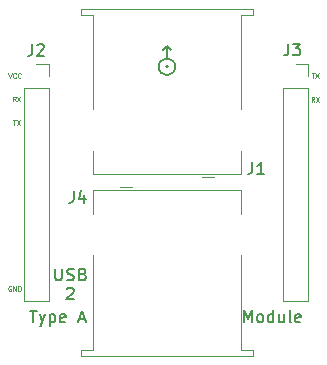
<source format=gbr>
%TF.GenerationSoftware,KiCad,Pcbnew,7.0.7*%
%TF.CreationDate,2023-10-06T14:48:46-06:00*%
%TF.ProjectId,USB_2_Module,5553425f-325f-44d6-9f64-756c652e6b69,rev?*%
%TF.SameCoordinates,Original*%
%TF.FileFunction,Legend,Top*%
%TF.FilePolarity,Positive*%
%FSLAX46Y46*%
G04 Gerber Fmt 4.6, Leading zero omitted, Abs format (unit mm)*
G04 Created by KiCad (PCBNEW 7.0.7) date 2023-10-06 14:48:46*
%MOMM*%
%LPD*%
G01*
G04 APERTURE LIST*
%ADD10C,0.150000*%
%ADD11C,0.100000*%
%ADD12C,0.120000*%
%ADD13O,1.350000X1.350000*%
%ADD14R,1.350000X1.350000*%
%ADD15C,3.000000*%
%ADD16C,1.600000*%
%ADD17R,1.600000X1.600000*%
G04 APERTURE END LIST*
D10*
X151169047Y-100864819D02*
X151169047Y-99864819D01*
X151169047Y-99864819D02*
X151502380Y-100579104D01*
X151502380Y-100579104D02*
X151835713Y-99864819D01*
X151835713Y-99864819D02*
X151835713Y-100864819D01*
X152454761Y-100864819D02*
X152359523Y-100817200D01*
X152359523Y-100817200D02*
X152311904Y-100769580D01*
X152311904Y-100769580D02*
X152264285Y-100674342D01*
X152264285Y-100674342D02*
X152264285Y-100388628D01*
X152264285Y-100388628D02*
X152311904Y-100293390D01*
X152311904Y-100293390D02*
X152359523Y-100245771D01*
X152359523Y-100245771D02*
X152454761Y-100198152D01*
X152454761Y-100198152D02*
X152597618Y-100198152D01*
X152597618Y-100198152D02*
X152692856Y-100245771D01*
X152692856Y-100245771D02*
X152740475Y-100293390D01*
X152740475Y-100293390D02*
X152788094Y-100388628D01*
X152788094Y-100388628D02*
X152788094Y-100674342D01*
X152788094Y-100674342D02*
X152740475Y-100769580D01*
X152740475Y-100769580D02*
X152692856Y-100817200D01*
X152692856Y-100817200D02*
X152597618Y-100864819D01*
X152597618Y-100864819D02*
X152454761Y-100864819D01*
X153645237Y-100864819D02*
X153645237Y-99864819D01*
X153645237Y-100817200D02*
X153549999Y-100864819D01*
X153549999Y-100864819D02*
X153359523Y-100864819D01*
X153359523Y-100864819D02*
X153264285Y-100817200D01*
X153264285Y-100817200D02*
X153216666Y-100769580D01*
X153216666Y-100769580D02*
X153169047Y-100674342D01*
X153169047Y-100674342D02*
X153169047Y-100388628D01*
X153169047Y-100388628D02*
X153216666Y-100293390D01*
X153216666Y-100293390D02*
X153264285Y-100245771D01*
X153264285Y-100245771D02*
X153359523Y-100198152D01*
X153359523Y-100198152D02*
X153549999Y-100198152D01*
X153549999Y-100198152D02*
X153645237Y-100245771D01*
X154549999Y-100198152D02*
X154549999Y-100864819D01*
X154121428Y-100198152D02*
X154121428Y-100721961D01*
X154121428Y-100721961D02*
X154169047Y-100817200D01*
X154169047Y-100817200D02*
X154264285Y-100864819D01*
X154264285Y-100864819D02*
X154407142Y-100864819D01*
X154407142Y-100864819D02*
X154502380Y-100817200D01*
X154502380Y-100817200D02*
X154549999Y-100769580D01*
X155169047Y-100864819D02*
X155073809Y-100817200D01*
X155073809Y-100817200D02*
X155026190Y-100721961D01*
X155026190Y-100721961D02*
X155026190Y-99864819D01*
X155930952Y-100817200D02*
X155835714Y-100864819D01*
X155835714Y-100864819D02*
X155645238Y-100864819D01*
X155645238Y-100864819D02*
X155550000Y-100817200D01*
X155550000Y-100817200D02*
X155502381Y-100721961D01*
X155502381Y-100721961D02*
X155502381Y-100341009D01*
X155502381Y-100341009D02*
X155550000Y-100245771D01*
X155550000Y-100245771D02*
X155645238Y-100198152D01*
X155645238Y-100198152D02*
X155835714Y-100198152D01*
X155835714Y-100198152D02*
X155930952Y-100245771D01*
X155930952Y-100245771D02*
X155978571Y-100341009D01*
X155978571Y-100341009D02*
X155978571Y-100436247D01*
X155978571Y-100436247D02*
X155502381Y-100531485D01*
X133052857Y-99874819D02*
X133624285Y-99874819D01*
X133338571Y-100874819D02*
X133338571Y-99874819D01*
X133862381Y-100208152D02*
X134100476Y-100874819D01*
X134338571Y-100208152D02*
X134100476Y-100874819D01*
X134100476Y-100874819D02*
X134005238Y-101112914D01*
X134005238Y-101112914D02*
X133957619Y-101160533D01*
X133957619Y-101160533D02*
X133862381Y-101208152D01*
X134719524Y-100208152D02*
X134719524Y-101208152D01*
X134719524Y-100255771D02*
X134814762Y-100208152D01*
X134814762Y-100208152D02*
X135005238Y-100208152D01*
X135005238Y-100208152D02*
X135100476Y-100255771D01*
X135100476Y-100255771D02*
X135148095Y-100303390D01*
X135148095Y-100303390D02*
X135195714Y-100398628D01*
X135195714Y-100398628D02*
X135195714Y-100684342D01*
X135195714Y-100684342D02*
X135148095Y-100779580D01*
X135148095Y-100779580D02*
X135100476Y-100827200D01*
X135100476Y-100827200D02*
X135005238Y-100874819D01*
X135005238Y-100874819D02*
X134814762Y-100874819D01*
X134814762Y-100874819D02*
X134719524Y-100827200D01*
X136005238Y-100827200D02*
X135910000Y-100874819D01*
X135910000Y-100874819D02*
X135719524Y-100874819D01*
X135719524Y-100874819D02*
X135624286Y-100827200D01*
X135624286Y-100827200D02*
X135576667Y-100731961D01*
X135576667Y-100731961D02*
X135576667Y-100351009D01*
X135576667Y-100351009D02*
X135624286Y-100255771D01*
X135624286Y-100255771D02*
X135719524Y-100208152D01*
X135719524Y-100208152D02*
X135910000Y-100208152D01*
X135910000Y-100208152D02*
X136005238Y-100255771D01*
X136005238Y-100255771D02*
X136052857Y-100351009D01*
X136052857Y-100351009D02*
X136052857Y-100446247D01*
X136052857Y-100446247D02*
X135576667Y-100541485D01*
X137195715Y-100589104D02*
X137671905Y-100589104D01*
X137100477Y-100874819D02*
X137433810Y-99874819D01*
X137433810Y-99874819D02*
X137767143Y-100874819D01*
D11*
X156885438Y-79800647D02*
X157114009Y-79800647D01*
X156999723Y-80200647D02*
X156999723Y-79800647D01*
X157209247Y-79800647D02*
X157475914Y-80200647D01*
X157475914Y-79800647D02*
X157209247Y-80200647D01*
X131595238Y-83749847D02*
X131823809Y-83749847D01*
X131709523Y-84149847D02*
X131709523Y-83749847D01*
X131919047Y-83749847D02*
X132185714Y-84149847D01*
X132185714Y-83749847D02*
X131919047Y-84149847D01*
X131833333Y-82159847D02*
X131700000Y-81969371D01*
X131604762Y-82159847D02*
X131604762Y-81759847D01*
X131604762Y-81759847D02*
X131757143Y-81759847D01*
X131757143Y-81759847D02*
X131795238Y-81778895D01*
X131795238Y-81778895D02*
X131814285Y-81797942D01*
X131814285Y-81797942D02*
X131833333Y-81836038D01*
X131833333Y-81836038D02*
X131833333Y-81893180D01*
X131833333Y-81893180D02*
X131814285Y-81931276D01*
X131814285Y-81931276D02*
X131795238Y-81950323D01*
X131795238Y-81950323D02*
X131757143Y-81969371D01*
X131757143Y-81969371D02*
X131604762Y-81969371D01*
X131966666Y-81759847D02*
X132233333Y-82159847D01*
X132233333Y-81759847D02*
X131966666Y-82159847D01*
X131445437Y-97819695D02*
X131407342Y-97800647D01*
X131407342Y-97800647D02*
X131350199Y-97800647D01*
X131350199Y-97800647D02*
X131293056Y-97819695D01*
X131293056Y-97819695D02*
X131254961Y-97857790D01*
X131254961Y-97857790D02*
X131235914Y-97895885D01*
X131235914Y-97895885D02*
X131216866Y-97972076D01*
X131216866Y-97972076D02*
X131216866Y-98029219D01*
X131216866Y-98029219D02*
X131235914Y-98105409D01*
X131235914Y-98105409D02*
X131254961Y-98143504D01*
X131254961Y-98143504D02*
X131293056Y-98181600D01*
X131293056Y-98181600D02*
X131350199Y-98200647D01*
X131350199Y-98200647D02*
X131388295Y-98200647D01*
X131388295Y-98200647D02*
X131445437Y-98181600D01*
X131445437Y-98181600D02*
X131464485Y-98162552D01*
X131464485Y-98162552D02*
X131464485Y-98029219D01*
X131464485Y-98029219D02*
X131388295Y-98029219D01*
X131635914Y-98200647D02*
X131635914Y-97800647D01*
X131635914Y-97800647D02*
X131864485Y-98200647D01*
X131864485Y-98200647D02*
X131864485Y-97800647D01*
X132054962Y-98200647D02*
X132054962Y-97800647D01*
X132054962Y-97800647D02*
X132150200Y-97800647D01*
X132150200Y-97800647D02*
X132207343Y-97819695D01*
X132207343Y-97819695D02*
X132245438Y-97857790D01*
X132245438Y-97857790D02*
X132264485Y-97895885D01*
X132264485Y-97895885D02*
X132283533Y-97972076D01*
X132283533Y-97972076D02*
X132283533Y-98029219D01*
X132283533Y-98029219D02*
X132264485Y-98105409D01*
X132264485Y-98105409D02*
X132245438Y-98143504D01*
X132245438Y-98143504D02*
X132207343Y-98181600D01*
X132207343Y-98181600D02*
X132150200Y-98200647D01*
X132150200Y-98200647D02*
X132054962Y-98200647D01*
X131216867Y-79780647D02*
X131350200Y-80180647D01*
X131350200Y-80180647D02*
X131483533Y-79780647D01*
X131845438Y-80142552D02*
X131826390Y-80161600D01*
X131826390Y-80161600D02*
X131769248Y-80180647D01*
X131769248Y-80180647D02*
X131731152Y-80180647D01*
X131731152Y-80180647D02*
X131674009Y-80161600D01*
X131674009Y-80161600D02*
X131635914Y-80123504D01*
X131635914Y-80123504D02*
X131616867Y-80085409D01*
X131616867Y-80085409D02*
X131597819Y-80009219D01*
X131597819Y-80009219D02*
X131597819Y-79952076D01*
X131597819Y-79952076D02*
X131616867Y-79875885D01*
X131616867Y-79875885D02*
X131635914Y-79837790D01*
X131635914Y-79837790D02*
X131674009Y-79799695D01*
X131674009Y-79799695D02*
X131731152Y-79780647D01*
X131731152Y-79780647D02*
X131769248Y-79780647D01*
X131769248Y-79780647D02*
X131826390Y-79799695D01*
X131826390Y-79799695D02*
X131845438Y-79818742D01*
X132245438Y-80142552D02*
X132226390Y-80161600D01*
X132226390Y-80161600D02*
X132169248Y-80180647D01*
X132169248Y-80180647D02*
X132131152Y-80180647D01*
X132131152Y-80180647D02*
X132074009Y-80161600D01*
X132074009Y-80161600D02*
X132035914Y-80123504D01*
X132035914Y-80123504D02*
X132016867Y-80085409D01*
X132016867Y-80085409D02*
X131997819Y-80009219D01*
X131997819Y-80009219D02*
X131997819Y-79952076D01*
X131997819Y-79952076D02*
X132016867Y-79875885D01*
X132016867Y-79875885D02*
X132035914Y-79837790D01*
X132035914Y-79837790D02*
X132074009Y-79799695D01*
X132074009Y-79799695D02*
X132131152Y-79780647D01*
X132131152Y-79780647D02*
X132169248Y-79780647D01*
X132169248Y-79780647D02*
X132226390Y-79799695D01*
X132226390Y-79799695D02*
X132245438Y-79818742D01*
X157123533Y-82190647D02*
X156990200Y-82000171D01*
X156894962Y-82190647D02*
X156894962Y-81790647D01*
X156894962Y-81790647D02*
X157047343Y-81790647D01*
X157047343Y-81790647D02*
X157085438Y-81809695D01*
X157085438Y-81809695D02*
X157104485Y-81828742D01*
X157104485Y-81828742D02*
X157123533Y-81866838D01*
X157123533Y-81866838D02*
X157123533Y-81923980D01*
X157123533Y-81923980D02*
X157104485Y-81962076D01*
X157104485Y-81962076D02*
X157085438Y-81981123D01*
X157085438Y-81981123D02*
X157047343Y-82000171D01*
X157047343Y-82000171D02*
X156894962Y-82000171D01*
X157256866Y-81790647D02*
X157523533Y-82190647D01*
X157523533Y-81790647D02*
X157256866Y-82190647D01*
D10*
X135188095Y-96329819D02*
X135188095Y-97139342D01*
X135188095Y-97139342D02*
X135235714Y-97234580D01*
X135235714Y-97234580D02*
X135283333Y-97282200D01*
X135283333Y-97282200D02*
X135378571Y-97329819D01*
X135378571Y-97329819D02*
X135569047Y-97329819D01*
X135569047Y-97329819D02*
X135664285Y-97282200D01*
X135664285Y-97282200D02*
X135711904Y-97234580D01*
X135711904Y-97234580D02*
X135759523Y-97139342D01*
X135759523Y-97139342D02*
X135759523Y-96329819D01*
X136188095Y-97282200D02*
X136330952Y-97329819D01*
X136330952Y-97329819D02*
X136569047Y-97329819D01*
X136569047Y-97329819D02*
X136664285Y-97282200D01*
X136664285Y-97282200D02*
X136711904Y-97234580D01*
X136711904Y-97234580D02*
X136759523Y-97139342D01*
X136759523Y-97139342D02*
X136759523Y-97044104D01*
X136759523Y-97044104D02*
X136711904Y-96948866D01*
X136711904Y-96948866D02*
X136664285Y-96901247D01*
X136664285Y-96901247D02*
X136569047Y-96853628D01*
X136569047Y-96853628D02*
X136378571Y-96806009D01*
X136378571Y-96806009D02*
X136283333Y-96758390D01*
X136283333Y-96758390D02*
X136235714Y-96710771D01*
X136235714Y-96710771D02*
X136188095Y-96615533D01*
X136188095Y-96615533D02*
X136188095Y-96520295D01*
X136188095Y-96520295D02*
X136235714Y-96425057D01*
X136235714Y-96425057D02*
X136283333Y-96377438D01*
X136283333Y-96377438D02*
X136378571Y-96329819D01*
X136378571Y-96329819D02*
X136616666Y-96329819D01*
X136616666Y-96329819D02*
X136759523Y-96377438D01*
X137521428Y-96806009D02*
X137664285Y-96853628D01*
X137664285Y-96853628D02*
X137711904Y-96901247D01*
X137711904Y-96901247D02*
X137759523Y-96996485D01*
X137759523Y-96996485D02*
X137759523Y-97139342D01*
X137759523Y-97139342D02*
X137711904Y-97234580D01*
X137711904Y-97234580D02*
X137664285Y-97282200D01*
X137664285Y-97282200D02*
X137569047Y-97329819D01*
X137569047Y-97329819D02*
X137188095Y-97329819D01*
X137188095Y-97329819D02*
X137188095Y-96329819D01*
X137188095Y-96329819D02*
X137521428Y-96329819D01*
X137521428Y-96329819D02*
X137616666Y-96377438D01*
X137616666Y-96377438D02*
X137664285Y-96425057D01*
X137664285Y-96425057D02*
X137711904Y-96520295D01*
X137711904Y-96520295D02*
X137711904Y-96615533D01*
X137711904Y-96615533D02*
X137664285Y-96710771D01*
X137664285Y-96710771D02*
X137616666Y-96758390D01*
X137616666Y-96758390D02*
X137521428Y-96806009D01*
X137521428Y-96806009D02*
X137188095Y-96806009D01*
X136164286Y-98035057D02*
X136211905Y-97987438D01*
X136211905Y-97987438D02*
X136307143Y-97939819D01*
X136307143Y-97939819D02*
X136545238Y-97939819D01*
X136545238Y-97939819D02*
X136640476Y-97987438D01*
X136640476Y-97987438D02*
X136688095Y-98035057D01*
X136688095Y-98035057D02*
X136735714Y-98130295D01*
X136735714Y-98130295D02*
X136735714Y-98225533D01*
X136735714Y-98225533D02*
X136688095Y-98368390D01*
X136688095Y-98368390D02*
X136116667Y-98939819D01*
X136116667Y-98939819D02*
X136735714Y-98939819D01*
X154926666Y-77274819D02*
X154926666Y-77989104D01*
X154926666Y-77989104D02*
X154879047Y-78131961D01*
X154879047Y-78131961D02*
X154783809Y-78227200D01*
X154783809Y-78227200D02*
X154640952Y-78274819D01*
X154640952Y-78274819D02*
X154545714Y-78274819D01*
X155307619Y-77274819D02*
X155926666Y-77274819D01*
X155926666Y-77274819D02*
X155593333Y-77655771D01*
X155593333Y-77655771D02*
X155736190Y-77655771D01*
X155736190Y-77655771D02*
X155831428Y-77703390D01*
X155831428Y-77703390D02*
X155879047Y-77751009D01*
X155879047Y-77751009D02*
X155926666Y-77846247D01*
X155926666Y-77846247D02*
X155926666Y-78084342D01*
X155926666Y-78084342D02*
X155879047Y-78179580D01*
X155879047Y-78179580D02*
X155831428Y-78227200D01*
X155831428Y-78227200D02*
X155736190Y-78274819D01*
X155736190Y-78274819D02*
X155450476Y-78274819D01*
X155450476Y-78274819D02*
X155355238Y-78227200D01*
X155355238Y-78227200D02*
X155307619Y-78179580D01*
X133236666Y-77314819D02*
X133236666Y-78029104D01*
X133236666Y-78029104D02*
X133189047Y-78171961D01*
X133189047Y-78171961D02*
X133093809Y-78267200D01*
X133093809Y-78267200D02*
X132950952Y-78314819D01*
X132950952Y-78314819D02*
X132855714Y-78314819D01*
X133665238Y-77410057D02*
X133712857Y-77362438D01*
X133712857Y-77362438D02*
X133808095Y-77314819D01*
X133808095Y-77314819D02*
X134046190Y-77314819D01*
X134046190Y-77314819D02*
X134141428Y-77362438D01*
X134141428Y-77362438D02*
X134189047Y-77410057D01*
X134189047Y-77410057D02*
X134236666Y-77505295D01*
X134236666Y-77505295D02*
X134236666Y-77600533D01*
X134236666Y-77600533D02*
X134189047Y-77743390D01*
X134189047Y-77743390D02*
X133617619Y-78314819D01*
X133617619Y-78314819D02*
X134236666Y-78314819D01*
X151876666Y-87314819D02*
X151876666Y-88029104D01*
X151876666Y-88029104D02*
X151829047Y-88171961D01*
X151829047Y-88171961D02*
X151733809Y-88267200D01*
X151733809Y-88267200D02*
X151590952Y-88314819D01*
X151590952Y-88314819D02*
X151495714Y-88314819D01*
X152876666Y-88314819D02*
X152305238Y-88314819D01*
X152590952Y-88314819D02*
X152590952Y-87314819D01*
X152590952Y-87314819D02*
X152495714Y-87457676D01*
X152495714Y-87457676D02*
X152400476Y-87552914D01*
X152400476Y-87552914D02*
X152305238Y-87600533D01*
X136736666Y-89754819D02*
X136736666Y-90469104D01*
X136736666Y-90469104D02*
X136689047Y-90611961D01*
X136689047Y-90611961D02*
X136593809Y-90707200D01*
X136593809Y-90707200D02*
X136450952Y-90754819D01*
X136450952Y-90754819D02*
X136355714Y-90754819D01*
X137641428Y-90088152D02*
X137641428Y-90754819D01*
X137403333Y-89707200D02*
X137165238Y-90421485D01*
X137165238Y-90421485D02*
X137784285Y-90421485D01*
D12*
%TO.C,J3*%
X156621200Y-81031400D02*
X156621200Y-99091400D01*
X156621200Y-78971400D02*
X156621200Y-80031400D01*
X155561200Y-78971400D02*
X156621200Y-78971400D01*
X154501200Y-99091400D02*
X156621200Y-99091400D01*
X154501200Y-81031400D02*
X156621200Y-81031400D01*
X154501200Y-81031400D02*
X154501200Y-99091400D01*
%TO.C,J2*%
X134633800Y-81021000D02*
X134633800Y-99081000D01*
X134633800Y-78961000D02*
X134633800Y-80021000D01*
X133573800Y-78961000D02*
X134633800Y-78961000D01*
X132513800Y-99081000D02*
X134633800Y-99081000D01*
X132513800Y-81021000D02*
X134633800Y-81021000D01*
X132513800Y-81021000D02*
X132513800Y-99081000D01*
%TO.C,J1*%
X138390000Y-86329200D02*
X138390000Y-88329200D01*
X138390000Y-74829200D02*
X138390000Y-82829200D01*
X151890000Y-74329200D02*
X137390000Y-74329200D01*
X148640000Y-88579200D02*
X147640000Y-88579200D01*
X138390000Y-88329200D02*
X150890000Y-88329200D01*
X137390000Y-74329200D02*
X137390000Y-74829200D01*
X150890000Y-88329200D02*
X150890000Y-86329200D01*
X150890000Y-74829200D02*
X151890000Y-74829200D01*
X150890000Y-82829200D02*
X150890000Y-74829200D01*
X137390000Y-74829200D02*
X138390000Y-74829200D01*
X151890000Y-74829200D02*
X151890000Y-74329200D01*
%TO.C,J4*%
X150890000Y-91690000D02*
X150890000Y-89690000D01*
X150890000Y-103190000D02*
X150890000Y-95190000D01*
X137390000Y-103690000D02*
X151890000Y-103690000D01*
X140640000Y-89440000D02*
X141640000Y-89440000D01*
X150890000Y-89690000D02*
X138390000Y-89690000D01*
X151890000Y-103690000D02*
X151890000Y-103190000D01*
X138390000Y-89690000D02*
X138390000Y-91690000D01*
X138390000Y-103190000D02*
X137390000Y-103190000D01*
X138390000Y-95190000D02*
X138390000Y-103190000D01*
X151890000Y-103190000D02*
X150890000Y-103190000D01*
X137390000Y-103190000D02*
X137390000Y-103690000D01*
D10*
%TO.C,EXP_ORIENTATION*%
X144640000Y-78540000D02*
X144640000Y-77440000D01*
X144640000Y-77440000D02*
X144290000Y-77840000D01*
X144640000Y-77440000D02*
X144990000Y-77840000D01*
X144719057Y-79240000D02*
G75*
G03*
X144719057Y-79240000I-79057J0D01*
G01*
X145340446Y-79240000D02*
G75*
G03*
X145340446Y-79240000I-700446J0D01*
G01*
%TD*%
%LPC*%
D13*
%TO.C,J3*%
X155561200Y-98031400D03*
X155561200Y-96031400D03*
X155561200Y-94031400D03*
X155561200Y-92031400D03*
X155561200Y-90031400D03*
X155561200Y-88031400D03*
X155561200Y-86031400D03*
X155561200Y-84031400D03*
X155561200Y-82031400D03*
D14*
X155561200Y-80031400D03*
%TD*%
D13*
%TO.C,J2*%
X133573800Y-98021000D03*
X133573800Y-96021000D03*
X133573800Y-94021000D03*
X133573800Y-92021000D03*
X133573800Y-90021000D03*
X133573800Y-88021000D03*
X133573800Y-86021000D03*
X133573800Y-84021000D03*
X133573800Y-82021000D03*
D14*
X133573800Y-80021000D03*
%TD*%
D15*
%TO.C,J1*%
X138070000Y-84609200D03*
X151210000Y-84609200D03*
D16*
X141140000Y-87319200D03*
X143640000Y-87319200D03*
X145640000Y-87319200D03*
D17*
X148140000Y-87319200D03*
%TD*%
D15*
%TO.C,J4*%
X151210000Y-93410000D03*
X138070000Y-93410000D03*
D16*
X148140000Y-90700000D03*
X145640000Y-90700000D03*
X143640000Y-90700000D03*
D17*
X141140000Y-90700000D03*
%TD*%
%LPD*%
M02*

</source>
